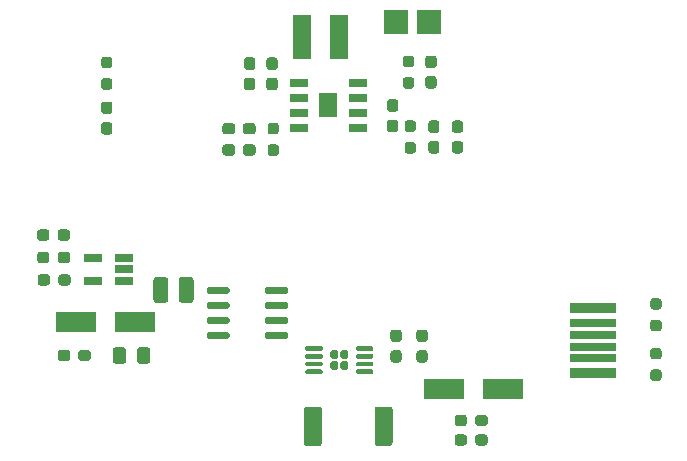
<source format=gbr>
%TF.GenerationSoftware,KiCad,Pcbnew,(5.1.6-0-10_14)*%
%TF.CreationDate,2022-04-17T17:35:50+02:00*%
%TF.ProjectId,smoke_extractor,736d6f6b-655f-4657-9874-726163746f72,rev?*%
%TF.SameCoordinates,Original*%
%TF.FileFunction,Paste,Top*%
%TF.FilePolarity,Positive*%
%FSLAX46Y46*%
G04 Gerber Fmt 4.6, Leading zero omitted, Abs format (unit mm)*
G04 Created by KiCad (PCBNEW (5.1.6-0-10_14)) date 2022-04-17 17:35:50*
%MOMM*%
%LPD*%
G01*
G04 APERTURE LIST*
%ADD10R,1.500000X3.700000*%
%ADD11R,1.560000X0.650000*%
%ADD12R,3.500000X1.800000*%
%ADD13R,2.000000X2.000000*%
%ADD14R,4.000000X0.700000*%
%ADD15R,4.000000X0.800000*%
%ADD16R,4.000000X0.900000*%
%ADD17R,1.505000X0.802000*%
%ADD18R,1.567800X2.101200*%
G04 APERTURE END LIST*
%TO.C,R13*%
G36*
G01*
X60800000Y-53912500D02*
X60800000Y-54387500D01*
G75*
G02*
X60562500Y-54625000I-237500J0D01*
G01*
X59987500Y-54625000D01*
G75*
G02*
X59750000Y-54387500I0J237500D01*
G01*
X59750000Y-53912500D01*
G75*
G02*
X59987500Y-53675000I237500J0D01*
G01*
X60562500Y-53675000D01*
G75*
G02*
X60800000Y-53912500I0J-237500D01*
G01*
G37*
G36*
G01*
X62550000Y-53912500D02*
X62550000Y-54387500D01*
G75*
G02*
X62312500Y-54625000I-237500J0D01*
G01*
X61737500Y-54625000D01*
G75*
G02*
X61500000Y-54387500I0J237500D01*
G01*
X61500000Y-53912500D01*
G75*
G02*
X61737500Y-53675000I237500J0D01*
G01*
X62312500Y-53675000D01*
G75*
G02*
X62550000Y-53912500I0J-237500D01*
G01*
G37*
%TD*%
D10*
%TO.C,L1*%
X46850000Y-20000000D03*
X49950000Y-20000000D03*
%TD*%
%TO.C,9V*%
G36*
G01*
X58237500Y-28150000D02*
X57762500Y-28150000D01*
G75*
G02*
X57525000Y-27912500I0J237500D01*
G01*
X57525000Y-27337500D01*
G75*
G02*
X57762500Y-27100000I237500J0D01*
G01*
X58237500Y-27100000D01*
G75*
G02*
X58475000Y-27337500I0J-237500D01*
G01*
X58475000Y-27912500D01*
G75*
G02*
X58237500Y-28150000I-237500J0D01*
G01*
G37*
G36*
G01*
X58237500Y-29900000D02*
X57762500Y-29900000D01*
G75*
G02*
X57525000Y-29662500I0J237500D01*
G01*
X57525000Y-29087500D01*
G75*
G02*
X57762500Y-28850000I237500J0D01*
G01*
X58237500Y-28850000D01*
G75*
G02*
X58475000Y-29087500I0J-237500D01*
G01*
X58475000Y-29662500D01*
G75*
G02*
X58237500Y-29900000I-237500J0D01*
G01*
G37*
%TD*%
%TO.C,5V*%
G36*
G01*
X60237500Y-28150000D02*
X59762500Y-28150000D01*
G75*
G02*
X59525000Y-27912500I0J237500D01*
G01*
X59525000Y-27337500D01*
G75*
G02*
X59762500Y-27100000I237500J0D01*
G01*
X60237500Y-27100000D01*
G75*
G02*
X60475000Y-27337500I0J-237500D01*
G01*
X60475000Y-27912500D01*
G75*
G02*
X60237500Y-28150000I-237500J0D01*
G01*
G37*
G36*
G01*
X60237500Y-29900000D02*
X59762500Y-29900000D01*
G75*
G02*
X59525000Y-29662500I0J237500D01*
G01*
X59525000Y-29087500D01*
G75*
G02*
X59762500Y-28850000I237500J0D01*
G01*
X60237500Y-28850000D01*
G75*
G02*
X60475000Y-29087500I0J-237500D01*
G01*
X60475000Y-29662500D01*
G75*
G02*
X60237500Y-29900000I-237500J0D01*
G01*
G37*
%TD*%
%TO.C,U4*%
G36*
G01*
X49920000Y-46720000D02*
X49920000Y-47140000D01*
G75*
G02*
X49750000Y-47310000I-170000J0D01*
G01*
X49410000Y-47310000D01*
G75*
G02*
X49240000Y-47140000I0J170000D01*
G01*
X49240000Y-46720000D01*
G75*
G02*
X49410000Y-46550000I170000J0D01*
G01*
X49750000Y-46550000D01*
G75*
G02*
X49920000Y-46720000I0J-170000D01*
G01*
G37*
G36*
G01*
X49920000Y-47660000D02*
X49920000Y-48080000D01*
G75*
G02*
X49750000Y-48250000I-170000J0D01*
G01*
X49410000Y-48250000D01*
G75*
G02*
X49240000Y-48080000I0J170000D01*
G01*
X49240000Y-47660000D01*
G75*
G02*
X49410000Y-47490000I170000J0D01*
G01*
X49750000Y-47490000D01*
G75*
G02*
X49920000Y-47660000I0J-170000D01*
G01*
G37*
G36*
G01*
X50760000Y-46720000D02*
X50760000Y-47140000D01*
G75*
G02*
X50590000Y-47310000I-170000J0D01*
G01*
X50250000Y-47310000D01*
G75*
G02*
X50080000Y-47140000I0J170000D01*
G01*
X50080000Y-46720000D01*
G75*
G02*
X50250000Y-46550000I170000J0D01*
G01*
X50590000Y-46550000D01*
G75*
G02*
X50760000Y-46720000I0J-170000D01*
G01*
G37*
G36*
G01*
X50760000Y-47660000D02*
X50760000Y-48080000D01*
G75*
G02*
X50590000Y-48250000I-170000J0D01*
G01*
X50250000Y-48250000D01*
G75*
G02*
X50080000Y-48080000I0J170000D01*
G01*
X50080000Y-47660000D01*
G75*
G02*
X50250000Y-47490000I170000J0D01*
G01*
X50590000Y-47490000D01*
G75*
G02*
X50760000Y-47660000I0J-170000D01*
G01*
G37*
G36*
G01*
X48575000Y-48275000D02*
X48575000Y-48475000D01*
G75*
G02*
X48475000Y-48575000I-100000J0D01*
G01*
X47225000Y-48575000D01*
G75*
G02*
X47125000Y-48475000I0J100000D01*
G01*
X47125000Y-48275000D01*
G75*
G02*
X47225000Y-48175000I100000J0D01*
G01*
X48475000Y-48175000D01*
G75*
G02*
X48575000Y-48275000I0J-100000D01*
G01*
G37*
G36*
G01*
X48575000Y-47625000D02*
X48575000Y-47825000D01*
G75*
G02*
X48475000Y-47925000I-100000J0D01*
G01*
X47225000Y-47925000D01*
G75*
G02*
X47125000Y-47825000I0J100000D01*
G01*
X47125000Y-47625000D01*
G75*
G02*
X47225000Y-47525000I100000J0D01*
G01*
X48475000Y-47525000D01*
G75*
G02*
X48575000Y-47625000I0J-100000D01*
G01*
G37*
G36*
G01*
X48575000Y-46975000D02*
X48575000Y-47175000D01*
G75*
G02*
X48475000Y-47275000I-100000J0D01*
G01*
X47225000Y-47275000D01*
G75*
G02*
X47125000Y-47175000I0J100000D01*
G01*
X47125000Y-46975000D01*
G75*
G02*
X47225000Y-46875000I100000J0D01*
G01*
X48475000Y-46875000D01*
G75*
G02*
X48575000Y-46975000I0J-100000D01*
G01*
G37*
G36*
G01*
X48575000Y-46325000D02*
X48575000Y-46525000D01*
G75*
G02*
X48475000Y-46625000I-100000J0D01*
G01*
X47225000Y-46625000D01*
G75*
G02*
X47125000Y-46525000I0J100000D01*
G01*
X47125000Y-46325000D01*
G75*
G02*
X47225000Y-46225000I100000J0D01*
G01*
X48475000Y-46225000D01*
G75*
G02*
X48575000Y-46325000I0J-100000D01*
G01*
G37*
G36*
G01*
X52875000Y-46325000D02*
X52875000Y-46525000D01*
G75*
G02*
X52775000Y-46625000I-100000J0D01*
G01*
X51525000Y-46625000D01*
G75*
G02*
X51425000Y-46525000I0J100000D01*
G01*
X51425000Y-46325000D01*
G75*
G02*
X51525000Y-46225000I100000J0D01*
G01*
X52775000Y-46225000D01*
G75*
G02*
X52875000Y-46325000I0J-100000D01*
G01*
G37*
G36*
G01*
X52875000Y-46975000D02*
X52875000Y-47175000D01*
G75*
G02*
X52775000Y-47275000I-100000J0D01*
G01*
X51525000Y-47275000D01*
G75*
G02*
X51425000Y-47175000I0J100000D01*
G01*
X51425000Y-46975000D01*
G75*
G02*
X51525000Y-46875000I100000J0D01*
G01*
X52775000Y-46875000D01*
G75*
G02*
X52875000Y-46975000I0J-100000D01*
G01*
G37*
G36*
G01*
X52875000Y-47625000D02*
X52875000Y-47825000D01*
G75*
G02*
X52775000Y-47925000I-100000J0D01*
G01*
X51525000Y-47925000D01*
G75*
G02*
X51425000Y-47825000I0J100000D01*
G01*
X51425000Y-47625000D01*
G75*
G02*
X51525000Y-47525000I100000J0D01*
G01*
X52775000Y-47525000D01*
G75*
G02*
X52875000Y-47625000I0J-100000D01*
G01*
G37*
G36*
G01*
X52875000Y-48275000D02*
X52875000Y-48475000D01*
G75*
G02*
X52775000Y-48575000I-100000J0D01*
G01*
X51525000Y-48575000D01*
G75*
G02*
X51425000Y-48475000I0J100000D01*
G01*
X51425000Y-48275000D01*
G75*
G02*
X51525000Y-48175000I100000J0D01*
G01*
X52775000Y-48175000D01*
G75*
G02*
X52875000Y-48275000I0J-100000D01*
G01*
G37*
%TD*%
D11*
%TO.C,U3*%
X29100000Y-40650000D03*
X29100000Y-38750000D03*
X31800000Y-38750000D03*
X31800000Y-39700000D03*
X31800000Y-40650000D03*
%TD*%
%TO.C,R10*%
G36*
G01*
X48525000Y-51574999D02*
X48525000Y-54425001D01*
G75*
G02*
X48275001Y-54675000I-249999J0D01*
G01*
X47249999Y-54675000D01*
G75*
G02*
X47000000Y-54425001I0J249999D01*
G01*
X47000000Y-51574999D01*
G75*
G02*
X47249999Y-51325000I249999J0D01*
G01*
X48275001Y-51325000D01*
G75*
G02*
X48525000Y-51574999I0J-249999D01*
G01*
G37*
G36*
G01*
X54500000Y-51574999D02*
X54500000Y-54425001D01*
G75*
G02*
X54250001Y-54675000I-249999J0D01*
G01*
X53224999Y-54675000D01*
G75*
G02*
X52975000Y-54425001I0J249999D01*
G01*
X52975000Y-51574999D01*
G75*
G02*
X53224999Y-51325000I249999J0D01*
G01*
X54250001Y-51325000D01*
G75*
G02*
X54500000Y-51574999I0J-249999D01*
G01*
G37*
%TD*%
%TO.C,R9*%
G36*
G01*
X61500000Y-52737500D02*
X61500000Y-52262500D01*
G75*
G02*
X61737500Y-52025000I237500J0D01*
G01*
X62312500Y-52025000D01*
G75*
G02*
X62550000Y-52262500I0J-237500D01*
G01*
X62550000Y-52737500D01*
G75*
G02*
X62312500Y-52975000I-237500J0D01*
G01*
X61737500Y-52975000D01*
G75*
G02*
X61500000Y-52737500I0J237500D01*
G01*
G37*
G36*
G01*
X59750000Y-52737500D02*
X59750000Y-52262500D01*
G75*
G02*
X59987500Y-52025000I237500J0D01*
G01*
X60562500Y-52025000D01*
G75*
G02*
X60800000Y-52262500I0J-237500D01*
G01*
X60800000Y-52737500D01*
G75*
G02*
X60562500Y-52975000I-237500J0D01*
G01*
X59987500Y-52975000D01*
G75*
G02*
X59750000Y-52737500I0J237500D01*
G01*
G37*
%TD*%
%TO.C,R8*%
G36*
G01*
X32850000Y-47450001D02*
X32850000Y-46549999D01*
G75*
G02*
X33099999Y-46300000I249999J0D01*
G01*
X33750001Y-46300000D01*
G75*
G02*
X34000000Y-46549999I0J-249999D01*
G01*
X34000000Y-47450001D01*
G75*
G02*
X33750001Y-47700000I-249999J0D01*
G01*
X33099999Y-47700000D01*
G75*
G02*
X32850000Y-47450001I0J249999D01*
G01*
G37*
G36*
G01*
X30800000Y-47450001D02*
X30800000Y-46549999D01*
G75*
G02*
X31049999Y-46300000I249999J0D01*
G01*
X31700001Y-46300000D01*
G75*
G02*
X31950000Y-46549999I0J-249999D01*
G01*
X31950000Y-47450001D01*
G75*
G02*
X31700001Y-47700000I-249999J0D01*
G01*
X31049999Y-47700000D01*
G75*
G02*
X30800000Y-47450001I0J249999D01*
G01*
G37*
%TD*%
%TO.C,R7*%
G36*
G01*
X56762500Y-46550000D02*
X57237500Y-46550000D01*
G75*
G02*
X57475000Y-46787500I0J-237500D01*
G01*
X57475000Y-47362500D01*
G75*
G02*
X57237500Y-47600000I-237500J0D01*
G01*
X56762500Y-47600000D01*
G75*
G02*
X56525000Y-47362500I0J237500D01*
G01*
X56525000Y-46787500D01*
G75*
G02*
X56762500Y-46550000I237500J0D01*
G01*
G37*
G36*
G01*
X56762500Y-44800000D02*
X57237500Y-44800000D01*
G75*
G02*
X57475000Y-45037500I0J-237500D01*
G01*
X57475000Y-45612500D01*
G75*
G02*
X57237500Y-45850000I-237500J0D01*
G01*
X56762500Y-45850000D01*
G75*
G02*
X56525000Y-45612500I0J237500D01*
G01*
X56525000Y-45037500D01*
G75*
G02*
X56762500Y-44800000I237500J0D01*
G01*
G37*
%TD*%
%TO.C,Q1*%
G36*
G01*
X40700000Y-45155000D02*
X40700000Y-45455000D01*
G75*
G02*
X40550000Y-45605000I-150000J0D01*
G01*
X38900000Y-45605000D01*
G75*
G02*
X38750000Y-45455000I0J150000D01*
G01*
X38750000Y-45155000D01*
G75*
G02*
X38900000Y-45005000I150000J0D01*
G01*
X40550000Y-45005000D01*
G75*
G02*
X40700000Y-45155000I0J-150000D01*
G01*
G37*
G36*
G01*
X40700000Y-43885000D02*
X40700000Y-44185000D01*
G75*
G02*
X40550000Y-44335000I-150000J0D01*
G01*
X38900000Y-44335000D01*
G75*
G02*
X38750000Y-44185000I0J150000D01*
G01*
X38750000Y-43885000D01*
G75*
G02*
X38900000Y-43735000I150000J0D01*
G01*
X40550000Y-43735000D01*
G75*
G02*
X40700000Y-43885000I0J-150000D01*
G01*
G37*
G36*
G01*
X40700000Y-42615000D02*
X40700000Y-42915000D01*
G75*
G02*
X40550000Y-43065000I-150000J0D01*
G01*
X38900000Y-43065000D01*
G75*
G02*
X38750000Y-42915000I0J150000D01*
G01*
X38750000Y-42615000D01*
G75*
G02*
X38900000Y-42465000I150000J0D01*
G01*
X40550000Y-42465000D01*
G75*
G02*
X40700000Y-42615000I0J-150000D01*
G01*
G37*
G36*
G01*
X40700000Y-41345000D02*
X40700000Y-41645000D01*
G75*
G02*
X40550000Y-41795000I-150000J0D01*
G01*
X38900000Y-41795000D01*
G75*
G02*
X38750000Y-41645000I0J150000D01*
G01*
X38750000Y-41345000D01*
G75*
G02*
X38900000Y-41195000I150000J0D01*
G01*
X40550000Y-41195000D01*
G75*
G02*
X40700000Y-41345000I0J-150000D01*
G01*
G37*
G36*
G01*
X45650000Y-41345000D02*
X45650000Y-41645000D01*
G75*
G02*
X45500000Y-41795000I-150000J0D01*
G01*
X43850000Y-41795000D01*
G75*
G02*
X43700000Y-41645000I0J150000D01*
G01*
X43700000Y-41345000D01*
G75*
G02*
X43850000Y-41195000I150000J0D01*
G01*
X45500000Y-41195000D01*
G75*
G02*
X45650000Y-41345000I0J-150000D01*
G01*
G37*
G36*
G01*
X45650000Y-42615000D02*
X45650000Y-42915000D01*
G75*
G02*
X45500000Y-43065000I-150000J0D01*
G01*
X43850000Y-43065000D01*
G75*
G02*
X43700000Y-42915000I0J150000D01*
G01*
X43700000Y-42615000D01*
G75*
G02*
X43850000Y-42465000I150000J0D01*
G01*
X45500000Y-42465000D01*
G75*
G02*
X45650000Y-42615000I0J-150000D01*
G01*
G37*
G36*
G01*
X45650000Y-43885000D02*
X45650000Y-44185000D01*
G75*
G02*
X45500000Y-44335000I-150000J0D01*
G01*
X43850000Y-44335000D01*
G75*
G02*
X43700000Y-44185000I0J150000D01*
G01*
X43700000Y-43885000D01*
G75*
G02*
X43850000Y-43735000I150000J0D01*
G01*
X45500000Y-43735000D01*
G75*
G02*
X45650000Y-43885000I0J-150000D01*
G01*
G37*
G36*
G01*
X45650000Y-45155000D02*
X45650000Y-45455000D01*
G75*
G02*
X45500000Y-45605000I-150000J0D01*
G01*
X43850000Y-45605000D01*
G75*
G02*
X43700000Y-45455000I0J150000D01*
G01*
X43700000Y-45155000D01*
G75*
G02*
X43850000Y-45005000I150000J0D01*
G01*
X45500000Y-45005000D01*
G75*
G02*
X45650000Y-45155000I0J-150000D01*
G01*
G37*
%TD*%
%TO.C,L2*%
G36*
G01*
X36400000Y-42300000D02*
X36400000Y-40600000D01*
G75*
G02*
X36650000Y-40350000I250000J0D01*
G01*
X37400000Y-40350000D01*
G75*
G02*
X37650000Y-40600000I0J-250000D01*
G01*
X37650000Y-42300000D01*
G75*
G02*
X37400000Y-42550000I-250000J0D01*
G01*
X36650000Y-42550000D01*
G75*
G02*
X36400000Y-42300000I0J250000D01*
G01*
G37*
G36*
G01*
X34250000Y-42300000D02*
X34250000Y-40600000D01*
G75*
G02*
X34500000Y-40350000I250000J0D01*
G01*
X35250000Y-40350000D01*
G75*
G02*
X35500000Y-40600000I0J-250000D01*
G01*
X35500000Y-42300000D01*
G75*
G02*
X35250000Y-42550000I-250000J0D01*
G01*
X34500000Y-42550000D01*
G75*
G02*
X34250000Y-42300000I0J250000D01*
G01*
G37*
%TD*%
D12*
%TO.C,D5*%
X32700000Y-44200000D03*
X27700000Y-44200000D03*
%TD*%
%TO.C,D4*%
G36*
G01*
X55037500Y-45850000D02*
X54562500Y-45850000D01*
G75*
G02*
X54325000Y-45612500I0J237500D01*
G01*
X54325000Y-45037500D01*
G75*
G02*
X54562500Y-44800000I237500J0D01*
G01*
X55037500Y-44800000D01*
G75*
G02*
X55275000Y-45037500I0J-237500D01*
G01*
X55275000Y-45612500D01*
G75*
G02*
X55037500Y-45850000I-237500J0D01*
G01*
G37*
G36*
G01*
X55037500Y-47600000D02*
X54562500Y-47600000D01*
G75*
G02*
X54325000Y-47362500I0J237500D01*
G01*
X54325000Y-46787500D01*
G75*
G02*
X54562500Y-46550000I237500J0D01*
G01*
X55037500Y-46550000D01*
G75*
G02*
X55275000Y-46787500I0J-237500D01*
G01*
X55275000Y-47362500D01*
G75*
G02*
X55037500Y-47600000I-237500J0D01*
G01*
G37*
%TD*%
%TO.C,D3*%
X63850000Y-49850000D03*
X58850000Y-49850000D03*
%TD*%
%TO.C,C14*%
G36*
G01*
X26200000Y-40837500D02*
X26200000Y-40362500D01*
G75*
G02*
X26437500Y-40125000I237500J0D01*
G01*
X27012500Y-40125000D01*
G75*
G02*
X27250000Y-40362500I0J-237500D01*
G01*
X27250000Y-40837500D01*
G75*
G02*
X27012500Y-41075000I-237500J0D01*
G01*
X26437500Y-41075000D01*
G75*
G02*
X26200000Y-40837500I0J237500D01*
G01*
G37*
G36*
G01*
X24450000Y-40837500D02*
X24450000Y-40362500D01*
G75*
G02*
X24687500Y-40125000I237500J0D01*
G01*
X25262500Y-40125000D01*
G75*
G02*
X25500000Y-40362500I0J-237500D01*
G01*
X25500000Y-40837500D01*
G75*
G02*
X25262500Y-41075000I-237500J0D01*
G01*
X24687500Y-41075000D01*
G75*
G02*
X24450000Y-40837500I0J237500D01*
G01*
G37*
%TD*%
%TO.C,C12*%
G36*
G01*
X26150000Y-38937500D02*
X26150000Y-38462500D01*
G75*
G02*
X26387500Y-38225000I237500J0D01*
G01*
X26962500Y-38225000D01*
G75*
G02*
X27200000Y-38462500I0J-237500D01*
G01*
X27200000Y-38937500D01*
G75*
G02*
X26962500Y-39175000I-237500J0D01*
G01*
X26387500Y-39175000D01*
G75*
G02*
X26150000Y-38937500I0J237500D01*
G01*
G37*
G36*
G01*
X24400000Y-38937500D02*
X24400000Y-38462500D01*
G75*
G02*
X24637500Y-38225000I237500J0D01*
G01*
X25212500Y-38225000D01*
G75*
G02*
X25450000Y-38462500I0J-237500D01*
G01*
X25450000Y-38937500D01*
G75*
G02*
X25212500Y-39175000I-237500J0D01*
G01*
X24637500Y-39175000D01*
G75*
G02*
X24400000Y-38937500I0J237500D01*
G01*
G37*
%TD*%
%TO.C,C11*%
G36*
G01*
X26150000Y-37037500D02*
X26150000Y-36562500D01*
G75*
G02*
X26387500Y-36325000I237500J0D01*
G01*
X26962500Y-36325000D01*
G75*
G02*
X27200000Y-36562500I0J-237500D01*
G01*
X27200000Y-37037500D01*
G75*
G02*
X26962500Y-37275000I-237500J0D01*
G01*
X26387500Y-37275000D01*
G75*
G02*
X26150000Y-37037500I0J237500D01*
G01*
G37*
G36*
G01*
X24400000Y-37037500D02*
X24400000Y-36562500D01*
G75*
G02*
X24637500Y-36325000I237500J0D01*
G01*
X25212500Y-36325000D01*
G75*
G02*
X25450000Y-36562500I0J-237500D01*
G01*
X25450000Y-37037500D01*
G75*
G02*
X25212500Y-37275000I-237500J0D01*
G01*
X24637500Y-37275000D01*
G75*
G02*
X24400000Y-37037500I0J237500D01*
G01*
G37*
%TD*%
%TO.C,C10*%
G36*
G01*
X27900000Y-47237500D02*
X27900000Y-46762500D01*
G75*
G02*
X28137500Y-46525000I237500J0D01*
G01*
X28712500Y-46525000D01*
G75*
G02*
X28950000Y-46762500I0J-237500D01*
G01*
X28950000Y-47237500D01*
G75*
G02*
X28712500Y-47475000I-237500J0D01*
G01*
X28137500Y-47475000D01*
G75*
G02*
X27900000Y-47237500I0J237500D01*
G01*
G37*
G36*
G01*
X26150000Y-47237500D02*
X26150000Y-46762500D01*
G75*
G02*
X26387500Y-46525000I237500J0D01*
G01*
X26962500Y-46525000D01*
G75*
G02*
X27200000Y-46762500I0J-237500D01*
G01*
X27200000Y-47237500D01*
G75*
G02*
X26962500Y-47475000I-237500J0D01*
G01*
X26387500Y-47475000D01*
G75*
G02*
X26150000Y-47237500I0J237500D01*
G01*
G37*
%TD*%
D13*
%TO.C,D1*%
X54800000Y-18800000D03*
X57600000Y-18800000D03*
%TD*%
%TO.C,R4*%
G36*
G01*
X30062500Y-23525000D02*
X30537500Y-23525000D01*
G75*
G02*
X30775000Y-23762500I0J-237500D01*
G01*
X30775000Y-24262500D01*
G75*
G02*
X30537500Y-24500000I-237500J0D01*
G01*
X30062500Y-24500000D01*
G75*
G02*
X29825000Y-24262500I0J237500D01*
G01*
X29825000Y-23762500D01*
G75*
G02*
X30062500Y-23525000I237500J0D01*
G01*
G37*
G36*
G01*
X30062500Y-21700000D02*
X30537500Y-21700000D01*
G75*
G02*
X30775000Y-21937500I0J-237500D01*
G01*
X30775000Y-22437500D01*
G75*
G02*
X30537500Y-22675000I-237500J0D01*
G01*
X30062500Y-22675000D01*
G75*
G02*
X29825000Y-22437500I0J237500D01*
G01*
X29825000Y-21937500D01*
G75*
G02*
X30062500Y-21700000I237500J0D01*
G01*
G37*
%TD*%
%TO.C,D2*%
G36*
G01*
X30537500Y-26550000D02*
X30062500Y-26550000D01*
G75*
G02*
X29825000Y-26312500I0J237500D01*
G01*
X29825000Y-25737500D01*
G75*
G02*
X30062500Y-25500000I237500J0D01*
G01*
X30537500Y-25500000D01*
G75*
G02*
X30775000Y-25737500I0J-237500D01*
G01*
X30775000Y-26312500D01*
G75*
G02*
X30537500Y-26550000I-237500J0D01*
G01*
G37*
G36*
G01*
X30537500Y-28300000D02*
X30062500Y-28300000D01*
G75*
G02*
X29825000Y-28062500I0J237500D01*
G01*
X29825000Y-27487500D01*
G75*
G02*
X30062500Y-27250000I237500J0D01*
G01*
X30537500Y-27250000D01*
G75*
G02*
X30775000Y-27487500I0J-237500D01*
G01*
X30775000Y-28062500D01*
G75*
G02*
X30537500Y-28300000I-237500J0D01*
G01*
G37*
%TD*%
%TO.C,C1*%
G36*
G01*
X44062500Y-23475000D02*
X44537500Y-23475000D01*
G75*
G02*
X44775000Y-23712500I0J-237500D01*
G01*
X44775000Y-24312500D01*
G75*
G02*
X44537500Y-24550000I-237500J0D01*
G01*
X44062500Y-24550000D01*
G75*
G02*
X43825000Y-24312500I0J237500D01*
G01*
X43825000Y-23712500D01*
G75*
G02*
X44062500Y-23475000I237500J0D01*
G01*
G37*
G36*
G01*
X44062500Y-21750000D02*
X44537500Y-21750000D01*
G75*
G02*
X44775000Y-21987500I0J-237500D01*
G01*
X44775000Y-22587500D01*
G75*
G02*
X44537500Y-22825000I-237500J0D01*
G01*
X44062500Y-22825000D01*
G75*
G02*
X43825000Y-22587500I0J237500D01*
G01*
X43825000Y-21987500D01*
G75*
G02*
X44062500Y-21750000I237500J0D01*
G01*
G37*
%TD*%
%TO.C,12V*%
G36*
G01*
X56237500Y-28075000D02*
X55762500Y-28075000D01*
G75*
G02*
X55525000Y-27837500I0J237500D01*
G01*
X55525000Y-27337500D01*
G75*
G02*
X55762500Y-27100000I237500J0D01*
G01*
X56237500Y-27100000D01*
G75*
G02*
X56475000Y-27337500I0J-237500D01*
G01*
X56475000Y-27837500D01*
G75*
G02*
X56237500Y-28075000I-237500J0D01*
G01*
G37*
G36*
G01*
X56237500Y-29900000D02*
X55762500Y-29900000D01*
G75*
G02*
X55525000Y-29662500I0J237500D01*
G01*
X55525000Y-29162500D01*
G75*
G02*
X55762500Y-28925000I237500J0D01*
G01*
X56237500Y-28925000D01*
G75*
G02*
X56475000Y-29162500I0J-237500D01*
G01*
X56475000Y-29662500D01*
G75*
G02*
X56237500Y-29900000I-237500J0D01*
G01*
G37*
%TD*%
D14*
%TO.C,U2*%
X71450000Y-46250000D03*
X71450000Y-45250000D03*
D15*
X71450000Y-47250000D03*
X71450000Y-44250000D03*
D16*
X71450000Y-48500000D03*
X71450000Y-43000000D03*
%TD*%
D17*
%TO.C,U1*%
X46552500Y-23895000D03*
X46552500Y-25165000D03*
X46552500Y-26435000D03*
X46552500Y-27705000D03*
X51547500Y-27705000D03*
X51547500Y-26435000D03*
X51547500Y-25165000D03*
X51547500Y-23895000D03*
D18*
X49050000Y-25800000D03*
%TD*%
%TO.C,R6*%
G36*
G01*
X76562500Y-43975000D02*
X77037500Y-43975000D01*
G75*
G02*
X77275000Y-44212500I0J-237500D01*
G01*
X77275000Y-44712500D01*
G75*
G02*
X77037500Y-44950000I-237500J0D01*
G01*
X76562500Y-44950000D01*
G75*
G02*
X76325000Y-44712500I0J237500D01*
G01*
X76325000Y-44212500D01*
G75*
G02*
X76562500Y-43975000I237500J0D01*
G01*
G37*
G36*
G01*
X76562500Y-42150000D02*
X77037500Y-42150000D01*
G75*
G02*
X77275000Y-42387500I0J-237500D01*
G01*
X77275000Y-42887500D01*
G75*
G02*
X77037500Y-43125000I-237500J0D01*
G01*
X76562500Y-43125000D01*
G75*
G02*
X76325000Y-42887500I0J237500D01*
G01*
X76325000Y-42387500D01*
G75*
G02*
X76562500Y-42150000I237500J0D01*
G01*
G37*
%TD*%
%TO.C,R5*%
G36*
G01*
X77037500Y-47325000D02*
X76562500Y-47325000D01*
G75*
G02*
X76325000Y-47087500I0J237500D01*
G01*
X76325000Y-46587500D01*
G75*
G02*
X76562500Y-46350000I237500J0D01*
G01*
X77037500Y-46350000D01*
G75*
G02*
X77275000Y-46587500I0J-237500D01*
G01*
X77275000Y-47087500D01*
G75*
G02*
X77037500Y-47325000I-237500J0D01*
G01*
G37*
G36*
G01*
X77037500Y-49150000D02*
X76562500Y-49150000D01*
G75*
G02*
X76325000Y-48912500I0J237500D01*
G01*
X76325000Y-48412500D01*
G75*
G02*
X76562500Y-48175000I237500J0D01*
G01*
X77037500Y-48175000D01*
G75*
G02*
X77275000Y-48412500I0J-237500D01*
G01*
X77275000Y-48912500D01*
G75*
G02*
X77037500Y-49150000I-237500J0D01*
G01*
G37*
%TD*%
%TO.C,R2*%
G36*
G01*
X55612500Y-23425000D02*
X56087500Y-23425000D01*
G75*
G02*
X56325000Y-23662500I0J-237500D01*
G01*
X56325000Y-24162500D01*
G75*
G02*
X56087500Y-24400000I-237500J0D01*
G01*
X55612500Y-24400000D01*
G75*
G02*
X55375000Y-24162500I0J237500D01*
G01*
X55375000Y-23662500D01*
G75*
G02*
X55612500Y-23425000I237500J0D01*
G01*
G37*
G36*
G01*
X55612500Y-21600000D02*
X56087500Y-21600000D01*
G75*
G02*
X56325000Y-21837500I0J-237500D01*
G01*
X56325000Y-22337500D01*
G75*
G02*
X56087500Y-22575000I-237500J0D01*
G01*
X55612500Y-22575000D01*
G75*
G02*
X55375000Y-22337500I0J237500D01*
G01*
X55375000Y-21837500D01*
G75*
G02*
X55612500Y-21600000I237500J0D01*
G01*
G37*
%TD*%
%TO.C,R1*%
G36*
G01*
X44162500Y-29125000D02*
X44637500Y-29125000D01*
G75*
G02*
X44875000Y-29362500I0J-237500D01*
G01*
X44875000Y-29862500D01*
G75*
G02*
X44637500Y-30100000I-237500J0D01*
G01*
X44162500Y-30100000D01*
G75*
G02*
X43925000Y-29862500I0J237500D01*
G01*
X43925000Y-29362500D01*
G75*
G02*
X44162500Y-29125000I237500J0D01*
G01*
G37*
G36*
G01*
X44162500Y-27300000D02*
X44637500Y-27300000D01*
G75*
G02*
X44875000Y-27537500I0J-237500D01*
G01*
X44875000Y-28037500D01*
G75*
G02*
X44637500Y-28275000I-237500J0D01*
G01*
X44162500Y-28275000D01*
G75*
G02*
X43925000Y-28037500I0J237500D01*
G01*
X43925000Y-27537500D01*
G75*
G02*
X44162500Y-27300000I237500J0D01*
G01*
G37*
%TD*%
%TO.C,C7*%
G36*
G01*
X57512500Y-23325000D02*
X57987500Y-23325000D01*
G75*
G02*
X58225000Y-23562500I0J-237500D01*
G01*
X58225000Y-24162500D01*
G75*
G02*
X57987500Y-24400000I-237500J0D01*
G01*
X57512500Y-24400000D01*
G75*
G02*
X57275000Y-24162500I0J237500D01*
G01*
X57275000Y-23562500D01*
G75*
G02*
X57512500Y-23325000I237500J0D01*
G01*
G37*
G36*
G01*
X57512500Y-21600000D02*
X57987500Y-21600000D01*
G75*
G02*
X58225000Y-21837500I0J-237500D01*
G01*
X58225000Y-22437500D01*
G75*
G02*
X57987500Y-22675000I-237500J0D01*
G01*
X57512500Y-22675000D01*
G75*
G02*
X57275000Y-22437500I0J237500D01*
G01*
X57275000Y-21837500D01*
G75*
G02*
X57512500Y-21600000I237500J0D01*
G01*
G37*
%TD*%
%TO.C,C6*%
G36*
G01*
X54262500Y-27025000D02*
X54737500Y-27025000D01*
G75*
G02*
X54975000Y-27262500I0J-237500D01*
G01*
X54975000Y-27862500D01*
G75*
G02*
X54737500Y-28100000I-237500J0D01*
G01*
X54262500Y-28100000D01*
G75*
G02*
X54025000Y-27862500I0J237500D01*
G01*
X54025000Y-27262500D01*
G75*
G02*
X54262500Y-27025000I237500J0D01*
G01*
G37*
G36*
G01*
X54262500Y-25300000D02*
X54737500Y-25300000D01*
G75*
G02*
X54975000Y-25537500I0J-237500D01*
G01*
X54975000Y-26137500D01*
G75*
G02*
X54737500Y-26375000I-237500J0D01*
G01*
X54262500Y-26375000D01*
G75*
G02*
X54025000Y-26137500I0J237500D01*
G01*
X54025000Y-25537500D01*
G75*
G02*
X54262500Y-25300000I237500J0D01*
G01*
G37*
%TD*%
%TO.C,C5*%
G36*
G01*
X41175000Y-27562500D02*
X41175000Y-28037500D01*
G75*
G02*
X40937500Y-28275000I-237500J0D01*
G01*
X40337500Y-28275000D01*
G75*
G02*
X40100000Y-28037500I0J237500D01*
G01*
X40100000Y-27562500D01*
G75*
G02*
X40337500Y-27325000I237500J0D01*
G01*
X40937500Y-27325000D01*
G75*
G02*
X41175000Y-27562500I0J-237500D01*
G01*
G37*
G36*
G01*
X42900000Y-27562500D02*
X42900000Y-28037500D01*
G75*
G02*
X42662500Y-28275000I-237500J0D01*
G01*
X42062500Y-28275000D01*
G75*
G02*
X41825000Y-28037500I0J237500D01*
G01*
X41825000Y-27562500D01*
G75*
G02*
X42062500Y-27325000I237500J0D01*
G01*
X42662500Y-27325000D01*
G75*
G02*
X42900000Y-27562500I0J-237500D01*
G01*
G37*
%TD*%
%TO.C,C4*%
G36*
G01*
X41175000Y-29362500D02*
X41175000Y-29837500D01*
G75*
G02*
X40937500Y-30075000I-237500J0D01*
G01*
X40337500Y-30075000D01*
G75*
G02*
X40100000Y-29837500I0J237500D01*
G01*
X40100000Y-29362500D01*
G75*
G02*
X40337500Y-29125000I237500J0D01*
G01*
X40937500Y-29125000D01*
G75*
G02*
X41175000Y-29362500I0J-237500D01*
G01*
G37*
G36*
G01*
X42900000Y-29362500D02*
X42900000Y-29837500D01*
G75*
G02*
X42662500Y-30075000I-237500J0D01*
G01*
X42062500Y-30075000D01*
G75*
G02*
X41825000Y-29837500I0J237500D01*
G01*
X41825000Y-29362500D01*
G75*
G02*
X42062500Y-29125000I237500J0D01*
G01*
X42662500Y-29125000D01*
G75*
G02*
X42900000Y-29362500I0J-237500D01*
G01*
G37*
%TD*%
%TO.C,C2*%
G36*
G01*
X42162500Y-23475000D02*
X42637500Y-23475000D01*
G75*
G02*
X42875000Y-23712500I0J-237500D01*
G01*
X42875000Y-24312500D01*
G75*
G02*
X42637500Y-24550000I-237500J0D01*
G01*
X42162500Y-24550000D01*
G75*
G02*
X41925000Y-24312500I0J237500D01*
G01*
X41925000Y-23712500D01*
G75*
G02*
X42162500Y-23475000I237500J0D01*
G01*
G37*
G36*
G01*
X42162500Y-21750000D02*
X42637500Y-21750000D01*
G75*
G02*
X42875000Y-21987500I0J-237500D01*
G01*
X42875000Y-22587500D01*
G75*
G02*
X42637500Y-22825000I-237500J0D01*
G01*
X42162500Y-22825000D01*
G75*
G02*
X41925000Y-22587500I0J237500D01*
G01*
X41925000Y-21987500D01*
G75*
G02*
X42162500Y-21750000I237500J0D01*
G01*
G37*
%TD*%
M02*

</source>
